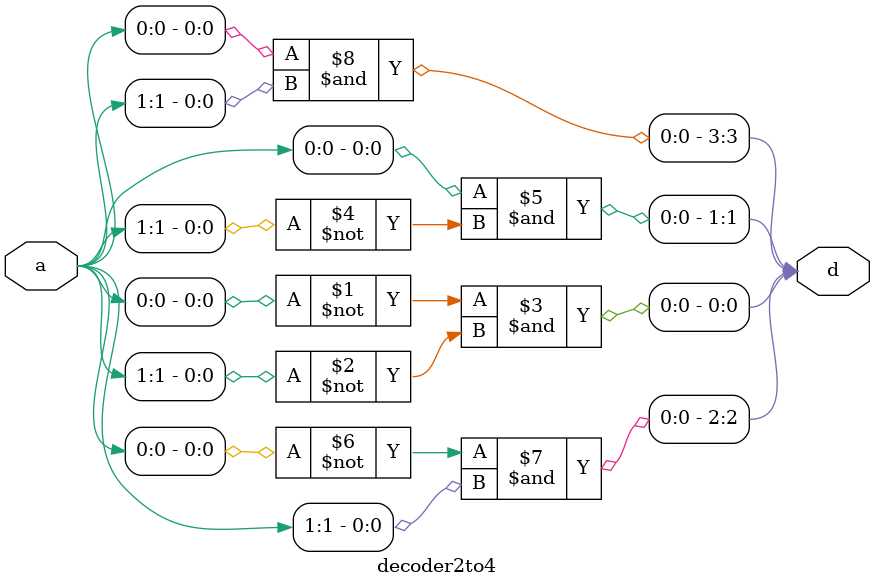
<source format=v>
`timescale 1ns / 1ps


module decoder2to4(input [1:0] a,output [3:0] d);
    
    assign d[0] = ~a[0]&~a[1];
    assign d[1] = a[0]&~a[1];
    assign d[2] = ~a[0]&a[1];
    assign d[3] = a[0]&a[1];
    
endmodule

</source>
